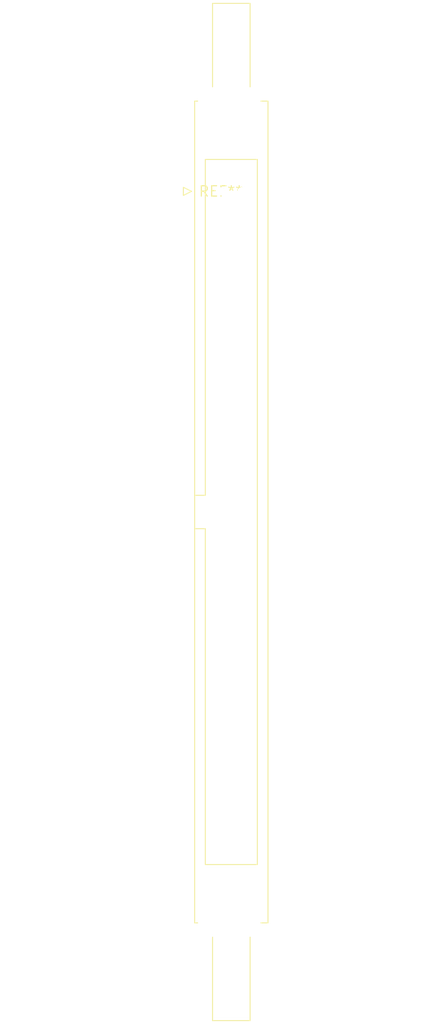
<source format=kicad_pcb>
(kicad_pcb (version 20240108) (generator pcbnew)
  (layers (0 "F.Cu" signal) (31 "B.Cu" signal) (34 "B.Paste" user) (35 "F.Paste" user) (36 "B.SilkS" user "B.Silkscreen") (37 "F.SilkS" user "F.Silkscreen") (38 "B.Mask" user) (39 "F.Mask" user) (44 "Edge.Cuts" user))
  (net 0 "")
  (footprint "IDC-Header_2x32-1MP_P2.54mm_Latch12.0mm_Vertical" (layer "F.Cu") (at 0 0)
    (property "Reference" "REF**")
    (property "Value" "IDC-Header_2x32-1MP_P2.54mm_Latch12.0mm_Vertical")
    (fp_line (start -4.63 -0.5) (end -4.63 0.5) (layer "F.SilkS") (stroke (width 0.12)))
    (fp_line (start -4.63 0.5) (end -3.63 0) (layer "F.SilkS") (stroke (width 0.12)))
    (fp_line (start -3.63 0) (end -4.63 -0.5) (layer "F.SilkS") (stroke (width 0.12)))
    (fp_line (start -3.24 -11.08) (end -3.24 89.82) (layer "F.SilkS") (stroke (width 0.12)))
    (fp_line (start -3.24 37.32) (end -1.93 37.32) (layer "F.SilkS") (stroke (width 0.12)))
    (fp_line (start -3.24 89.82) (end -2.87 89.82) (layer "F.SilkS") (stroke (width 0.12)))
    (fp_line (start -2.87 -11.08) (end -3.24 -11.08) (layer "F.SilkS") (stroke (width 0.12)))
    (fp_line (start -1.93 -3.92) (end 4.47 -3.92) (layer "F.SilkS") (stroke (width 0.12)))
    (fp_line (start -1.93 37.32) (end -1.93 -3.92) (layer "F.SilkS") (stroke (width 0.12)))
    (fp_line (start -1.93 41.42) (end -3.24 41.42) (layer "F.SilkS") (stroke (width 0.12)))
    (fp_line (start -1.93 41.42) (end -1.93 41.42) (layer "F.SilkS") (stroke (width 0.12)))
    (fp_line (start -1.93 82.66) (end -1.93 41.42) (layer "F.SilkS") (stroke (width 0.12)))
    (fp_line (start -1.04 -23.08) (end 3.58 -23.08) (layer "F.SilkS") (stroke (width 0.12)))
    (fp_line (start -1.04 -12.83) (end -1.04 -23.08) (layer "F.SilkS") (stroke (width 0.12)))
    (fp_line (start -1.04 91.57) (end -1.04 101.82) (layer "F.SilkS") (stroke (width 0.12)))
    (fp_line (start -1.04 101.82) (end 3.58 101.82) (layer "F.SilkS") (stroke (width 0.12)))
    (fp_line (start 3.58 -23.08) (end 3.58 -12.83) (layer "F.SilkS") (stroke (width 0.12)))
    (fp_line (start 3.58 101.82) (end 3.58 91.57) (layer "F.SilkS") (stroke (width 0.12)))
    (fp_line (start 4.47 -3.92) (end 4.47 82.66) (layer "F.SilkS") (stroke (width 0.12)))
    (fp_line (start 4.47 82.66) (end -1.93 82.66) (layer "F.SilkS") (stroke (width 0.12)))
    (fp_line (start 4.91 -11.08) (end 5.78 -11.08) (layer "F.SilkS") (stroke (width 0.12)))
    (fp_line (start 5.78 -11.08) (end 5.78 89.82) (layer "F.SilkS") (stroke (width 0.12)))
    (fp_line (start 5.78 89.82) (end 4.91 89.82) (layer "F.SilkS") (stroke (width 0.12)))
    (pad "1" thru_hole roundrect (at 0 0) (size 1.7 1.7) (drill 1) (layers *.Cu *.Mask) (remove_unused_layers) (roundrect_rratio 0.147059))
    (pad "2" thru_hole circle (at 2.54 0) (size 1.7 1.7) (drill 1) (layers *.Cu *.Mask) (remove_unused_layers))
    (pad "3" thru_hole circle (at 0 2.54) (size 1.7 1.7) (drill 1) (layers *.Cu *.Mask) (remove_unused_layers))
    (pad "4" thru_hole circle (at 2.54 2.54) (size 1.7 1.7) (drill 1) (layers *.Cu *.Mask) (remove_unused_layers))
    (pad "5" thru_hole circle (at 0 5.08) (size 1.7 1.7) (drill 1) (layers *.Cu *.Mask) (remove_unused_layers))
    (pad "6" thru_hole circle (at 2.54 5.08) (size 1.7 1.7) (drill 1) (layers *.Cu *.Mask) (remove_unused_layers))
    (pad "7" thru_hole circle (at 0 7.62) (size 1.7 1.7) (drill 1) (layers *.Cu *.Mask) (remove_unused_layers))
    (pad "8" thru_hole circle (at 2.54 7.62) (size 1.7 1.7) (drill 1) (layers *.Cu *.Mask) (remove_unused_layers))
    (pad "9" thru_hole circle (at 0 10.16) (size 1.7 1.7) (drill 1) (layers *.Cu *.Mask) (remove_unused_layers))
    (pad "10" thru_hole circle (at 2.54 10.16) (size 1.7 1.7) (drill 1) (layers *.Cu *.Mask) (remove_unused_layers))
    (pad "11" thru_hole circle (at 0 12.7) (size 1.7 1.7) (drill 1) (layers *.Cu *.Mask) (remove_unused_layers))
    (pad "12" thru_hole circle (at 2.54 12.7) (size 1.7 1.7) (drill 1) (layers *.Cu *.Mask) (remove_unused_layers))
    (pad "13" thru_hole circle (at 0 15.24) (size 1.7 1.7) (drill 1) (layers *.Cu *.Mask) (remove_unused_layers))
    (pad "14" thru_hole circle (at 2.54 15.24) (size 1.7 1.7) (drill 1) (layers *.Cu *.Mask) (remove_unused_layers))
    (pad "15" thru_hole circle (at 0 17.78) (size 1.7 1.7) (drill 1) (layers *.Cu *.Mask) (remove_unused_layers))
    (pad "16" thru_hole circle (at 2.54 17.78) (size 1.7 1.7) (drill 1) (layers *.Cu *.Mask) (remove_unused_layers))
    (pad "17" thru_hole circle (at 0 20.32) (size 1.7 1.7) (drill 1) (layers *.Cu *.Mask) (remove_unused_layers))
    (pad "18" thru_hole circle (at 2.54 20.32) (size 1.7 1.7) (drill 1) (layers *.Cu *.Mask) (remove_unused_layers))
    (pad "19" thru_hole circle (at 0 22.86) (size 1.7 1.7) (drill 1) (layers *.Cu *.Mask) (remove_unused_layers))
    (pad "20" thru_hole circle (at 2.54 22.86) (size 1.7 1.7) (drill 1) (layers *.Cu *.Mask) (remove_unused_layers))
    (pad "21" thru_hole circle (at 0 25.4) (size 1.7 1.7) (drill 1) (layers *.Cu *.Mask) (remove_unused_layers))
    (pad "22" thru_hole circle (at 2.54 25.4) (size 1.7 1.7) (drill 1) (layers *.Cu *.Mask) (remove_unused_layers))
    (pad "23" thru_hole circle (at 0 27.94) (size 1.7 1.7) (drill 1) (layers *.Cu *.Mask) (remove_unused_layers))
    (pad "24" thru_hole circle (at 2.54 27.94) (size 1.7 1.7) (drill 1) (layers *.Cu *.Mask) (remove_unused_layers))
    (pad "25" thru_hole circle (at 0 30.48) (size 1.7 1.7) (drill 1) (layers *.Cu *.Mask) (remove_unused_layers))
    (pad "26" thru_hole circle (at 2.54 30.48) (size 1.7 1.7) (drill 1) (layers *.Cu *.Mask) (remove_unused_layers))
    (pad "27" thru_hole circle (at 0 33.02) (size 1.7 1.7) (drill 1) (layers *.Cu *.Mask) (remove_unused_layers))
    (pad "28" thru_hole circle (at 2.54 33.02) (size 1.7 1.7) (drill 1) (layers *.Cu *.Mask) (remove_unused_layers))
    (pad "29" thru_hole circle (at 0 35.56) (size 1.7 1.7) (drill 1) (layers *.Cu *.Mask) (remove_unused_layers))
    (pad "30" thru_hole circle (at 2.54 35.56) (size 1.7 1.7) (drill 1) (layers *.Cu *.Mask) (remove_unused_layers))
    (pad "31" thru_hole circle (at 0 38.1) (size 1.7 1.7) (drill 1) (layers *.Cu *.Mask) (remove_unused_layers))
    (pad "32" thru_hole circle (at 2.54 38.1) (size 1.7 1.7) (drill 1) (layers *.Cu *.Mask) (remove_unused_layers))
    (pad "33" thru_hole circle (at 0 40.64) (size 1.7 1.7) (drill 1) (layers *.Cu *.Mask) (remove_unused_layers))
    (pad "34" thru_hole circle (at 2.54 40.64) (size 1.7 1.7) (drill 1) (layers *.Cu *.Mask) (remove_unused_layers))
    (pad "35" thru_hole circle (at 0 43.18) (size 1.7 1.7) (drill 1) (layers *.Cu *.Mask) (remove_unused_layers))
    (pad "36" thru_hole circle (at 2.54 43.18) (size 1.7 1.7) (drill 1) (layers *.Cu *.Mask) (remove_unused_layers))
    (pad "37" thru_hole circle (at 0 45.72) (size 1.7 1.7) (drill 1) (layers *.Cu *.Mask) (remove_unused_layers))
    (pad "38" thru_hole circle (at 2.54 45.72) (size 1.7 1.7) (drill 1) (layers *.Cu *.Mask) (remove_unused_layers))
    (pad "39" thru_hole circle (at 0 48.26) (size 1.7 1.7) (drill 1) (layers *.Cu *.Mask) (remove_unused_layers))
    (pad "40" thru_hole circle (at 2.54 48.26) (size 1.7 1.7) (drill 1) (layers *.Cu *.Mask) (remove_unused_layers))
    (pad "41" thru_hole circle (at 0 50.8) (size 1.7 1.7) (drill 1) (layers *.Cu *.Mask) (remove_unused_layers))
    (pad "42" thru_hole circle (at 2.54 50.8) (size 1.7 1.7) (drill 1) (layers *.Cu *.Mask) (remove_unused_layers))
    (pad "43" thru_hole circle (at 0 53.34) (size 1.7 1.7) (drill 1) (layers *.Cu *.Mask) (remove_unused_layers))
    (pad "44" thru_hole circle (at 2.54 53.34) (size 1.7 1.7) (drill 1) (layers *.Cu *.Mask) (remove_unused_layers))
    (pad "45" thru_hole circle (at 0 55.88) (size 1.7 1.7) (drill 1) (layers *.Cu *.Mask) (remove_unused_layers))
    (pad "46" thru_hole circle (at 2.54 55.88) (size 1.7 1.7) (drill 1) (layers *.Cu *.Mask) (remove_unused_layers))
    (pad "47" thru_hole circle (at 0 58.42) (size 1.7 1.7) (drill 1) (layers *.Cu *.Mask) (remove_unused_layers))
    (pad "48" thru_hole circle (at 2.54 58.42) (size 1.7 1.7) (drill 1) (layers *.Cu *.Mask) (remove_unused_layers))
    (pad "49" thru_hole circle (at 0 60.96) (size 1.7 1.7) (drill 1) (layers *.Cu *.Mask) (remove_unused_layers))
    (pad "50" thru_hole circle (at 2.54 60.96) (size 1.7 1.7) (drill 1) (layers *.Cu *.Mask) (remove_unused_layers))
    (pad "51" thru_hole circle (at 0 63.5) (size 1.7 1.7) (drill 1) (layers *.Cu *.Mask) (remove_unused_layers))
    (pad "52" thru_hole circle (at 2.54 63.5) (size 1.7 1.7) (drill 1) (layers *.Cu *.Mask) (remove_unused_layers))
    (pad "53" thru_hole circle (at 0 66.04) (size 1.7 1.7) (drill 1) (layers *.Cu *.Mask) (remove_unused_layers))
    (pad "54" thru_hole circle (at 2.54 66.04) (size 1.7 1.7) (drill 1) (layers *.Cu *.Mask) (remove_unused_layers))
    (pad "55" thru_hole circle (at 0 68.58) (size 1.7 1.7) (drill 1) (layers *.Cu *.Mask) (remove_unused_layers))
    (pad "56" thru_hole circle (at 2.54 68.58) (size 1.7 1.7) (drill 1) (layers *.Cu *.Mask) (remove_unused_layers))
    (pad "57" thru_hole circle (at 0 71.12) (size 1.7 1.7) (drill 1) (layers *.Cu *.Mask) (remove_unused_layers))
    (pad "58" thru_hole circle (at 2.54 71.12) (size 1.7 1.7) (drill 1) (layers *.Cu *.Mask) (remove_unused_layers))
    (pad "59" thru_hole circle (at 0 73.66) (size 1.7 1.7) (drill 1) (layers *.Cu *.Mask) (remove_unused_layers))
    (pad "60" thru_hole circle (at 2.54 73.66) (size 1.7 1.7) (drill 1) (layers *.Cu *.Mask) (remove_unused_layers))
    (pad "61" thru_hole circle (at 0 76.2) (size 1.7 1.7) (drill 1) (layers *.Cu *.Mask) (remove_unused_layers))
    (pad "62" thru_hole circle (at 2.54 76.2) (size 1.7 1.7) (drill 1) (layers *.Cu *.Mask) (remove_unused_layers))
    (pad "63" thru_hole circle (at 0 78.74) (size 1.7 1.7) (drill 1) (layers *.Cu *.Mask) (remove_unused_layers))
    (pad "64" thru_hole circle (at 2.54 78.74) (size 1.7 1.7) (drill 1) (layers *.Cu *.Mask) (remove_unused_layers))
    (pad "MP" thru_hole circle (at 1.02 -8.94) (size 8 8) (drill 2.69) (layers *.Cu *.Mask) (remove_unused_layers))
    (pad "MP" thru_hole circle (at 1.02 87.68) (size 8 8) (drill 2.69) (layers *.Cu *.Mask) (remove_unused_layers))
  )
)
</source>
